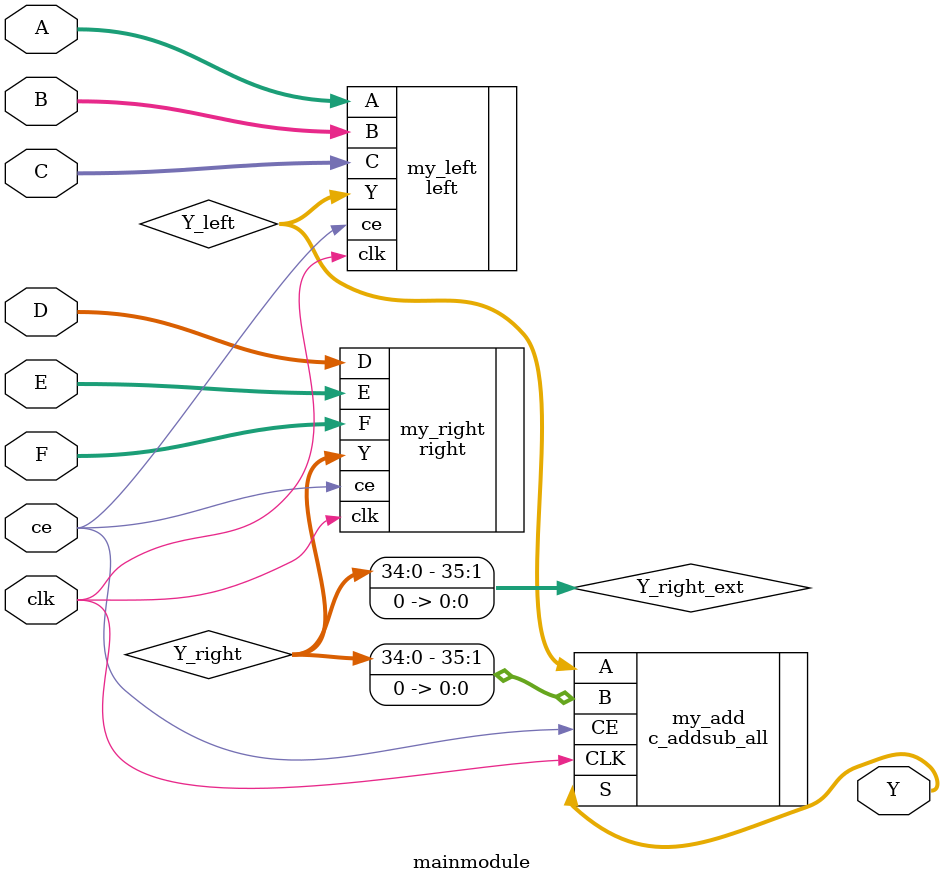
<source format=v>
`timescale 1ns / 1ps


module mainmodule 
(
    input clk,
    input ce,
    input [17:0] A,
    input [7:0] B,
    input [11:0] C,
    input [7:0] D,
    input [13:0] E,
    input [18:0] F,
    output [36:0] Y
);
wire signed [30:0] Y_left;
wire signed [34:0] Y_right;
wire signed [35:0] Y_right_ext;
assign Y_right_ext = {Y_right, 1'b0};


//latency 5
left my_left
(
    .clk(clk),
    .ce(ce),
    .A(A),
    .B(B),
    .C(C),
    .Y(Y_left)
);
//latency 5
right my_right
(
    .clk(clk),
    .ce(ce),
    .D(D),
    .E(E),
    .F(F),
    .Y(Y_right)
);

c_addsub_all my_add
(
    .A(Y_left),
    .B(Y_right_ext),
    .CLK(clk),
    .CE(ce),
    .S(Y)
);

endmodule

</source>
